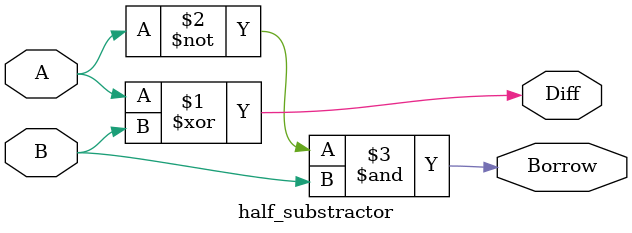
<source format=v>

/*module full_adder_using_half_substractors(input A,B,Cin, output Sum,Cout);
	wire Diff1, Borrow1, Borrow2;
	
	//half substractor 1 instantiation
	half_substarctor HS1(.A(A),.B(B),.Diff(Diff1),.Borrow(Borrow1));
	//half substractor 2 instantiation
	half_substarctor HS2 (.A(Diff1),.B(Cin),.Diff(Sum),.Borrow(Borrow2));
	
	//Carry out is the ORed result of the both borrow1 and borrow2 
	assign Cout = Borrow1 | Borrow2;
endmodule*/ 


/*module full_adder_using_half_substractors (
    input A, B, Cin,
    output Sum, Cout
);
    wire Diff1, Borrow1, Borrow2;

    // First half subtractor
    half_substractor HS1 (
        .A(A),
        .B(B),
        .Diff(Diff1),
        .Borrow(Borrow1)
    );

    // Second half subtractor
    half_substractor HS2 (
        .A(Diff1),
        .B(Cin),
        .Diff(Sum),
        .Borrow(Borrow2)
    );

    // Carry Out is OR of both borrows
    assign Cout = Borrow1 | Borrow2;
endmodule*/

module full_adder_using_half_substractors (
    input  A, B, Cin,
    output Sum, Cout
);
    wire Diff1, Borrow1, Borrow2, AndAB;

    // First half subtractor (XOR + borrow)
    half_substractor HS1 (
        .A(A), .B(B),
        .Diff(Diff1), .Borrow(Borrow1)
    );

    // Second half subtractor (XOR with Cin)
    half_substractor HS2 (
        .A(Diff1), .B(Cin),
        .Diff(Sum), .Borrow(Borrow2)
    );

    // New AND gate for A and B
    assign AndAB = A & B;
    
    // Correct carry-out logic
    assign Cout = AndAB | Borrow2;

endmodule

module half_substractor (
    input A, B,
    output Diff, Borrow
);
    assign Diff = A ^ B;
    assign Borrow = (~A) & B;
endmodule



</source>
